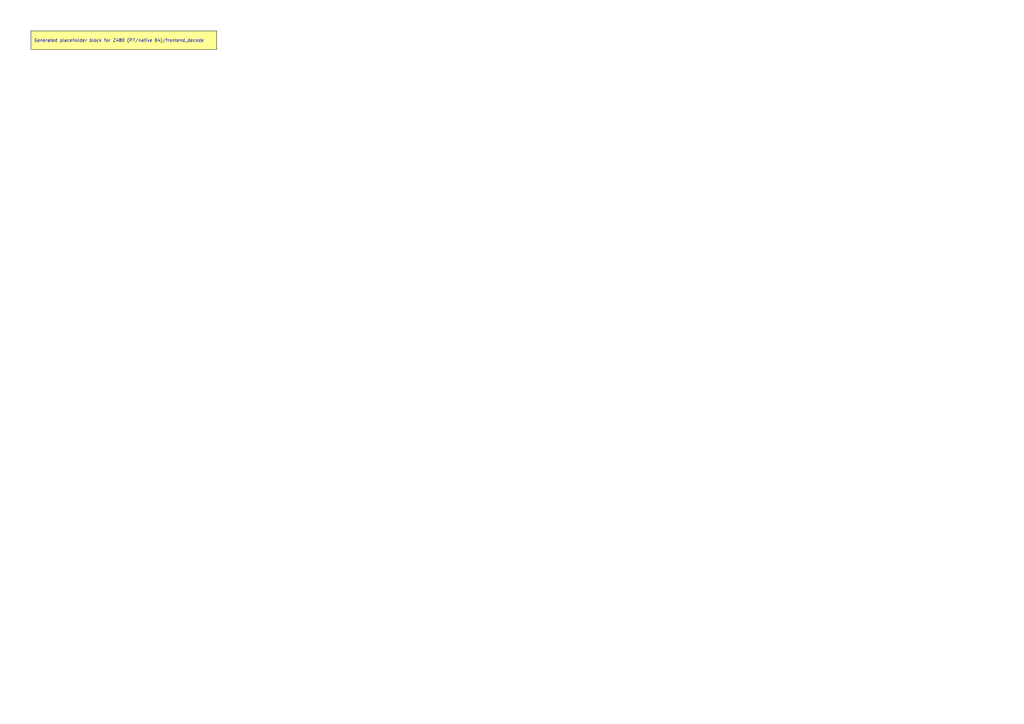
<source format=kicad_sch>
(kicad_sch
	(version 20250114)
	(generator "kicadgen")
	(generator_version "0.2")
	(uuid "b9a80c9b-1373-5719-90ef-7f884cf8075e")
	(paper "A3")
	(title_block
		(title "Z480 (P7/native 64)::frontend_decode")
		(company "Project Carbon")
		(comment 1 "Generated - do not edit in generated/")
		(comment 2 "Edit in schem/kicad9/manual/ or refine mapping specs")
	)
	(lib_symbols)
	(text_box
		"Generated placeholder block for Z480 (P7/native 64)/frontend_decode"
		(exclude_from_sim no)
		(at
			12.7
			12.7
			0
		)
		(size 76.2 7.62)
		(margins
			1.27
			1.27
			1.27
			1.27
		)
		(stroke
			(width 0)
			(type default)
			(color
				0
				0
				0
				1
			)
		)
		(fill
			(type color)
			(color
				255
				255
				150
				1
			)
		)
		(effects
			(font
				(size 1.27 1.27)
			)
			(justify left)
		)
		(uuid "88754940-fd97-570f-b5ee-c92525326d5f")
	)
	(sheet_instances
		(path
			"/"
			(page "1")
		)
	)
	(embedded_fonts no)
)

</source>
